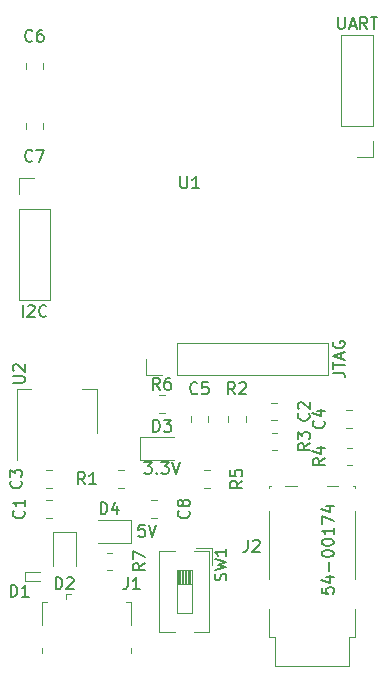
<source format=gbr>
%TF.GenerationSoftware,KiCad,Pcbnew,(6.0.0)*%
%TF.CreationDate,2022-02-27T19:02:29-06:00*%
%TF.ProjectId,Squeezecheap,53717565-657a-4656-9368-6561702e6b69,rev?*%
%TF.SameCoordinates,Original*%
%TF.FileFunction,Legend,Top*%
%TF.FilePolarity,Positive*%
%FSLAX46Y46*%
G04 Gerber Fmt 4.6, Leading zero omitted, Abs format (unit mm)*
G04 Created by KiCad (PCBNEW (6.0.0)) date 2022-02-27 19:02:29*
%MOMM*%
%LPD*%
G01*
G04 APERTURE LIST*
%ADD10C,0.150000*%
%ADD11C,0.120000*%
G04 APERTURE END LIST*
D10*
%TO.C,J2*%
X100631666Y-81367380D02*
X100631666Y-82081666D01*
X100584047Y-82224523D01*
X100488809Y-82319761D01*
X100345952Y-82367380D01*
X100250714Y-82367380D01*
X101060238Y-81462619D02*
X101107857Y-81415000D01*
X101203095Y-81367380D01*
X101441190Y-81367380D01*
X101536428Y-81415000D01*
X101584047Y-81462619D01*
X101631666Y-81557857D01*
X101631666Y-81653095D01*
X101584047Y-81795952D01*
X101012619Y-82367380D01*
X101631666Y-82367380D01*
X106897380Y-85423095D02*
X106897380Y-85899285D01*
X107373571Y-85946904D01*
X107325952Y-85899285D01*
X107278333Y-85804047D01*
X107278333Y-85565952D01*
X107325952Y-85470714D01*
X107373571Y-85423095D01*
X107468809Y-85375476D01*
X107706904Y-85375476D01*
X107802142Y-85423095D01*
X107849761Y-85470714D01*
X107897380Y-85565952D01*
X107897380Y-85804047D01*
X107849761Y-85899285D01*
X107802142Y-85946904D01*
X107230714Y-84518333D02*
X107897380Y-84518333D01*
X106849761Y-84756428D02*
X107564047Y-84994523D01*
X107564047Y-84375476D01*
X107516428Y-83994523D02*
X107516428Y-83232619D01*
X106897380Y-82565952D02*
X106897380Y-82470714D01*
X106945000Y-82375476D01*
X106992619Y-82327857D01*
X107087857Y-82280238D01*
X107278333Y-82232619D01*
X107516428Y-82232619D01*
X107706904Y-82280238D01*
X107802142Y-82327857D01*
X107849761Y-82375476D01*
X107897380Y-82470714D01*
X107897380Y-82565952D01*
X107849761Y-82661190D01*
X107802142Y-82708809D01*
X107706904Y-82756428D01*
X107516428Y-82804047D01*
X107278333Y-82804047D01*
X107087857Y-82756428D01*
X106992619Y-82708809D01*
X106945000Y-82661190D01*
X106897380Y-82565952D01*
X106897380Y-81613571D02*
X106897380Y-81518333D01*
X106945000Y-81423095D01*
X106992619Y-81375476D01*
X107087857Y-81327857D01*
X107278333Y-81280238D01*
X107516428Y-81280238D01*
X107706904Y-81327857D01*
X107802142Y-81375476D01*
X107849761Y-81423095D01*
X107897380Y-81518333D01*
X107897380Y-81613571D01*
X107849761Y-81708809D01*
X107802142Y-81756428D01*
X107706904Y-81804047D01*
X107516428Y-81851666D01*
X107278333Y-81851666D01*
X107087857Y-81804047D01*
X106992619Y-81756428D01*
X106945000Y-81708809D01*
X106897380Y-81613571D01*
X107897380Y-80327857D02*
X107897380Y-80899285D01*
X107897380Y-80613571D02*
X106897380Y-80613571D01*
X107040238Y-80708809D01*
X107135476Y-80804047D01*
X107183095Y-80899285D01*
X106897380Y-79994523D02*
X106897380Y-79327857D01*
X107897380Y-79756428D01*
X107230714Y-78518333D02*
X107897380Y-78518333D01*
X106849761Y-78756428D02*
X107564047Y-78994523D01*
X107564047Y-78375476D01*
%TO.C,SW1*%
X98764761Y-84791333D02*
X98812380Y-84648476D01*
X98812380Y-84410380D01*
X98764761Y-84315142D01*
X98717142Y-84267523D01*
X98621904Y-84219904D01*
X98526666Y-84219904D01*
X98431428Y-84267523D01*
X98383809Y-84315142D01*
X98336190Y-84410380D01*
X98288571Y-84600857D01*
X98240952Y-84696095D01*
X98193333Y-84743714D01*
X98098095Y-84791333D01*
X98002857Y-84791333D01*
X97907619Y-84743714D01*
X97860000Y-84696095D01*
X97812380Y-84600857D01*
X97812380Y-84362761D01*
X97860000Y-84219904D01*
X97812380Y-83886571D02*
X98812380Y-83648476D01*
X98098095Y-83458000D01*
X98812380Y-83267523D01*
X97812380Y-83029428D01*
X98812380Y-82124666D02*
X98812380Y-82696095D01*
X98812380Y-82410380D02*
X97812380Y-82410380D01*
X97955238Y-82505619D01*
X98050476Y-82600857D01*
X98098095Y-82696095D01*
%TO.C,R7*%
X91892380Y-83351666D02*
X91416190Y-83685000D01*
X91892380Y-83923095D02*
X90892380Y-83923095D01*
X90892380Y-83542142D01*
X90940000Y-83446904D01*
X90987619Y-83399285D01*
X91082857Y-83351666D01*
X91225714Y-83351666D01*
X91320952Y-83399285D01*
X91368571Y-83446904D01*
X91416190Y-83542142D01*
X91416190Y-83923095D01*
X90892380Y-83018333D02*
X90892380Y-82351666D01*
X91892380Y-82780238D01*
%TO.C,D1*%
X80541904Y-86177380D02*
X80541904Y-85177380D01*
X80780000Y-85177380D01*
X80922857Y-85225000D01*
X81018095Y-85320238D01*
X81065714Y-85415476D01*
X81113333Y-85605952D01*
X81113333Y-85748809D01*
X81065714Y-85939285D01*
X81018095Y-86034523D01*
X80922857Y-86129761D01*
X80780000Y-86177380D01*
X80541904Y-86177380D01*
X82065714Y-86177380D02*
X81494285Y-86177380D01*
X81780000Y-86177380D02*
X81780000Y-85177380D01*
X81684761Y-85320238D01*
X81589523Y-85415476D01*
X81494285Y-85463095D01*
%TO.C,D4*%
X88161904Y-79192380D02*
X88161904Y-78192380D01*
X88400000Y-78192380D01*
X88542857Y-78240000D01*
X88638095Y-78335238D01*
X88685714Y-78430476D01*
X88733333Y-78620952D01*
X88733333Y-78763809D01*
X88685714Y-78954285D01*
X88638095Y-79049523D01*
X88542857Y-79144761D01*
X88400000Y-79192380D01*
X88161904Y-79192380D01*
X89590476Y-78525714D02*
X89590476Y-79192380D01*
X89352380Y-78144761D02*
X89114285Y-78859047D01*
X89733333Y-78859047D01*
X91884523Y-80097380D02*
X91408333Y-80097380D01*
X91360714Y-80573571D01*
X91408333Y-80525952D01*
X91503571Y-80478333D01*
X91741666Y-80478333D01*
X91836904Y-80525952D01*
X91884523Y-80573571D01*
X91932142Y-80668809D01*
X91932142Y-80906904D01*
X91884523Y-81002142D01*
X91836904Y-81049761D01*
X91741666Y-81097380D01*
X91503571Y-81097380D01*
X91408333Y-81049761D01*
X91360714Y-81002142D01*
X92217857Y-80097380D02*
X92551190Y-81097380D01*
X92884523Y-80097380D01*
%TO.C,D2*%
X84351904Y-85542380D02*
X84351904Y-84542380D01*
X84590000Y-84542380D01*
X84732857Y-84590000D01*
X84828095Y-84685238D01*
X84875714Y-84780476D01*
X84923333Y-84970952D01*
X84923333Y-85113809D01*
X84875714Y-85304285D01*
X84828095Y-85399523D01*
X84732857Y-85494761D01*
X84590000Y-85542380D01*
X84351904Y-85542380D01*
X85304285Y-84637619D02*
X85351904Y-84590000D01*
X85447142Y-84542380D01*
X85685238Y-84542380D01*
X85780476Y-84590000D01*
X85828095Y-84637619D01*
X85875714Y-84732857D01*
X85875714Y-84828095D01*
X85828095Y-84970952D01*
X85256666Y-85542380D01*
X85875714Y-85542380D01*
%TO.C,C6*%
X82383333Y-39092142D02*
X82335714Y-39139761D01*
X82192857Y-39187380D01*
X82097619Y-39187380D01*
X81954761Y-39139761D01*
X81859523Y-39044523D01*
X81811904Y-38949285D01*
X81764285Y-38758809D01*
X81764285Y-38615952D01*
X81811904Y-38425476D01*
X81859523Y-38330238D01*
X81954761Y-38235000D01*
X82097619Y-38187380D01*
X82192857Y-38187380D01*
X82335714Y-38235000D01*
X82383333Y-38282619D01*
X83240476Y-38187380D02*
X83050000Y-38187380D01*
X82954761Y-38235000D01*
X82907142Y-38282619D01*
X82811904Y-38425476D01*
X82764285Y-38615952D01*
X82764285Y-38996904D01*
X82811904Y-39092142D01*
X82859523Y-39139761D01*
X82954761Y-39187380D01*
X83145238Y-39187380D01*
X83240476Y-39139761D01*
X83288095Y-39092142D01*
X83335714Y-38996904D01*
X83335714Y-38758809D01*
X83288095Y-38663571D01*
X83240476Y-38615952D01*
X83145238Y-38568333D01*
X82954761Y-38568333D01*
X82859523Y-38615952D01*
X82811904Y-38663571D01*
X82764285Y-38758809D01*
%TO.C,R3*%
X105862380Y-73191666D02*
X105386190Y-73525000D01*
X105862380Y-73763095D02*
X104862380Y-73763095D01*
X104862380Y-73382142D01*
X104910000Y-73286904D01*
X104957619Y-73239285D01*
X105052857Y-73191666D01*
X105195714Y-73191666D01*
X105290952Y-73239285D01*
X105338571Y-73286904D01*
X105386190Y-73382142D01*
X105386190Y-73763095D01*
X104862380Y-72858333D02*
X104862380Y-72239285D01*
X105243333Y-72572619D01*
X105243333Y-72429761D01*
X105290952Y-72334523D01*
X105338571Y-72286904D01*
X105433809Y-72239285D01*
X105671904Y-72239285D01*
X105767142Y-72286904D01*
X105814761Y-72334523D01*
X105862380Y-72429761D01*
X105862380Y-72715476D01*
X105814761Y-72810714D01*
X105767142Y-72858333D01*
%TO.C,R1*%
X86828333Y-76652380D02*
X86495000Y-76176190D01*
X86256904Y-76652380D02*
X86256904Y-75652380D01*
X86637857Y-75652380D01*
X86733095Y-75700000D01*
X86780714Y-75747619D01*
X86828333Y-75842857D01*
X86828333Y-75985714D01*
X86780714Y-76080952D01*
X86733095Y-76128571D01*
X86637857Y-76176190D01*
X86256904Y-76176190D01*
X87780714Y-76652380D02*
X87209285Y-76652380D01*
X87495000Y-76652380D02*
X87495000Y-75652380D01*
X87399761Y-75795238D01*
X87304523Y-75890476D01*
X87209285Y-75938095D01*
%TO.C,C4*%
X107037142Y-71286666D02*
X107084761Y-71334285D01*
X107132380Y-71477142D01*
X107132380Y-71572380D01*
X107084761Y-71715238D01*
X106989523Y-71810476D01*
X106894285Y-71858095D01*
X106703809Y-71905714D01*
X106560952Y-71905714D01*
X106370476Y-71858095D01*
X106275238Y-71810476D01*
X106180000Y-71715238D01*
X106132380Y-71572380D01*
X106132380Y-71477142D01*
X106180000Y-71334285D01*
X106227619Y-71286666D01*
X106465714Y-70429523D02*
X107132380Y-70429523D01*
X106084761Y-70667619D02*
X106799047Y-70905714D01*
X106799047Y-70286666D01*
%TO.C,U1*%
X94923095Y-50582380D02*
X94923095Y-51391904D01*
X94970714Y-51487142D01*
X95018333Y-51534761D01*
X95113571Y-51582380D01*
X95304047Y-51582380D01*
X95399285Y-51534761D01*
X95446904Y-51487142D01*
X95494523Y-51391904D01*
X95494523Y-50582380D01*
X96494523Y-51582380D02*
X95923095Y-51582380D01*
X96208809Y-51582380D02*
X96208809Y-50582380D01*
X96113571Y-50725238D01*
X96018333Y-50820476D01*
X95923095Y-50868095D01*
%TO.C,J3*%
X108259761Y-37117380D02*
X108259761Y-37926904D01*
X108307380Y-38022142D01*
X108355000Y-38069761D01*
X108450238Y-38117380D01*
X108640714Y-38117380D01*
X108735952Y-38069761D01*
X108783571Y-38022142D01*
X108831190Y-37926904D01*
X108831190Y-37117380D01*
X109259761Y-37831666D02*
X109735952Y-37831666D01*
X109164523Y-38117380D02*
X109497857Y-37117380D01*
X109831190Y-38117380D01*
X110735952Y-38117380D02*
X110402619Y-37641190D01*
X110164523Y-38117380D02*
X110164523Y-37117380D01*
X110545476Y-37117380D01*
X110640714Y-37165000D01*
X110688333Y-37212619D01*
X110735952Y-37307857D01*
X110735952Y-37450714D01*
X110688333Y-37545952D01*
X110640714Y-37593571D01*
X110545476Y-37641190D01*
X110164523Y-37641190D01*
X111021666Y-37117380D02*
X111593095Y-37117380D01*
X111307380Y-38117380D02*
X111307380Y-37117380D01*
%TO.C,R5*%
X100147380Y-76366666D02*
X99671190Y-76700000D01*
X100147380Y-76938095D02*
X99147380Y-76938095D01*
X99147380Y-76557142D01*
X99195000Y-76461904D01*
X99242619Y-76414285D01*
X99337857Y-76366666D01*
X99480714Y-76366666D01*
X99575952Y-76414285D01*
X99623571Y-76461904D01*
X99671190Y-76557142D01*
X99671190Y-76938095D01*
X99147380Y-75461904D02*
X99147380Y-75938095D01*
X99623571Y-75985714D01*
X99575952Y-75938095D01*
X99528333Y-75842857D01*
X99528333Y-75604761D01*
X99575952Y-75509523D01*
X99623571Y-75461904D01*
X99718809Y-75414285D01*
X99956904Y-75414285D01*
X100052142Y-75461904D01*
X100099761Y-75509523D01*
X100147380Y-75604761D01*
X100147380Y-75842857D01*
X100099761Y-75938095D01*
X100052142Y-75985714D01*
%TO.C,C5*%
X96353333Y-68937142D02*
X96305714Y-68984761D01*
X96162857Y-69032380D01*
X96067619Y-69032380D01*
X95924761Y-68984761D01*
X95829523Y-68889523D01*
X95781904Y-68794285D01*
X95734285Y-68603809D01*
X95734285Y-68460952D01*
X95781904Y-68270476D01*
X95829523Y-68175238D01*
X95924761Y-68080000D01*
X96067619Y-68032380D01*
X96162857Y-68032380D01*
X96305714Y-68080000D01*
X96353333Y-68127619D01*
X97258095Y-68032380D02*
X96781904Y-68032380D01*
X96734285Y-68508571D01*
X96781904Y-68460952D01*
X96877142Y-68413333D01*
X97115238Y-68413333D01*
X97210476Y-68460952D01*
X97258095Y-68508571D01*
X97305714Y-68603809D01*
X97305714Y-68841904D01*
X97258095Y-68937142D01*
X97210476Y-68984761D01*
X97115238Y-69032380D01*
X96877142Y-69032380D01*
X96781904Y-68984761D01*
X96734285Y-68937142D01*
%TO.C,C3*%
X81404642Y-76366666D02*
X81452261Y-76414285D01*
X81499880Y-76557142D01*
X81499880Y-76652380D01*
X81452261Y-76795238D01*
X81357023Y-76890476D01*
X81261785Y-76938095D01*
X81071309Y-76985714D01*
X80928452Y-76985714D01*
X80737976Y-76938095D01*
X80642738Y-76890476D01*
X80547500Y-76795238D01*
X80499880Y-76652380D01*
X80499880Y-76557142D01*
X80547500Y-76414285D01*
X80595119Y-76366666D01*
X80499880Y-76033333D02*
X80499880Y-75414285D01*
X80880833Y-75747619D01*
X80880833Y-75604761D01*
X80928452Y-75509523D01*
X80976071Y-75461904D01*
X81071309Y-75414285D01*
X81309404Y-75414285D01*
X81404642Y-75461904D01*
X81452261Y-75509523D01*
X81499880Y-75604761D01*
X81499880Y-75890476D01*
X81452261Y-75985714D01*
X81404642Y-76033333D01*
%TO.C,C7*%
X82383333Y-49252142D02*
X82335714Y-49299761D01*
X82192857Y-49347380D01*
X82097619Y-49347380D01*
X81954761Y-49299761D01*
X81859523Y-49204523D01*
X81811904Y-49109285D01*
X81764285Y-48918809D01*
X81764285Y-48775952D01*
X81811904Y-48585476D01*
X81859523Y-48490238D01*
X81954761Y-48395000D01*
X82097619Y-48347380D01*
X82192857Y-48347380D01*
X82335714Y-48395000D01*
X82383333Y-48442619D01*
X82716666Y-48347380D02*
X83383333Y-48347380D01*
X82954761Y-49347380D01*
%TO.C,J1*%
X90471666Y-84542380D02*
X90471666Y-85256666D01*
X90424047Y-85399523D01*
X90328809Y-85494761D01*
X90185952Y-85542380D01*
X90090714Y-85542380D01*
X91471666Y-85542380D02*
X90900238Y-85542380D01*
X91185952Y-85542380D02*
X91185952Y-84542380D01*
X91090714Y-84685238D01*
X90995476Y-84780476D01*
X90900238Y-84828095D01*
%TO.C,R2*%
X99528333Y-69032380D02*
X99195000Y-68556190D01*
X98956904Y-69032380D02*
X98956904Y-68032380D01*
X99337857Y-68032380D01*
X99433095Y-68080000D01*
X99480714Y-68127619D01*
X99528333Y-68222857D01*
X99528333Y-68365714D01*
X99480714Y-68460952D01*
X99433095Y-68508571D01*
X99337857Y-68556190D01*
X98956904Y-68556190D01*
X99909285Y-68127619D02*
X99956904Y-68080000D01*
X100052142Y-68032380D01*
X100290238Y-68032380D01*
X100385476Y-68080000D01*
X100433095Y-68127619D01*
X100480714Y-68222857D01*
X100480714Y-68318095D01*
X100433095Y-68460952D01*
X99861666Y-69032380D01*
X100480714Y-69032380D01*
%TO.C,C1*%
X81637142Y-78906666D02*
X81684761Y-78954285D01*
X81732380Y-79097142D01*
X81732380Y-79192380D01*
X81684761Y-79335238D01*
X81589523Y-79430476D01*
X81494285Y-79478095D01*
X81303809Y-79525714D01*
X81160952Y-79525714D01*
X80970476Y-79478095D01*
X80875238Y-79430476D01*
X80780000Y-79335238D01*
X80732380Y-79192380D01*
X80732380Y-79097142D01*
X80780000Y-78954285D01*
X80827619Y-78906666D01*
X81732380Y-77954285D02*
X81732380Y-78525714D01*
X81732380Y-78240000D02*
X80732380Y-78240000D01*
X80875238Y-78335238D01*
X80970476Y-78430476D01*
X81018095Y-78525714D01*
%TO.C,D3*%
X92606904Y-72207380D02*
X92606904Y-71207380D01*
X92845000Y-71207380D01*
X92987857Y-71255000D01*
X93083095Y-71350238D01*
X93130714Y-71445476D01*
X93178333Y-71635952D01*
X93178333Y-71778809D01*
X93130714Y-71969285D01*
X93083095Y-72064523D01*
X92987857Y-72159761D01*
X92845000Y-72207380D01*
X92606904Y-72207380D01*
X93511666Y-71207380D02*
X94130714Y-71207380D01*
X93797380Y-71588333D01*
X93940238Y-71588333D01*
X94035476Y-71635952D01*
X94083095Y-71683571D01*
X94130714Y-71778809D01*
X94130714Y-72016904D01*
X94083095Y-72112142D01*
X94035476Y-72159761D01*
X93940238Y-72207380D01*
X93654523Y-72207380D01*
X93559285Y-72159761D01*
X93511666Y-72112142D01*
X91868809Y-74762380D02*
X92487857Y-74762380D01*
X92154523Y-75143333D01*
X92297380Y-75143333D01*
X92392619Y-75190952D01*
X92440238Y-75238571D01*
X92487857Y-75333809D01*
X92487857Y-75571904D01*
X92440238Y-75667142D01*
X92392619Y-75714761D01*
X92297380Y-75762380D01*
X92011666Y-75762380D01*
X91916428Y-75714761D01*
X91868809Y-75667142D01*
X92916428Y-75667142D02*
X92964047Y-75714761D01*
X92916428Y-75762380D01*
X92868809Y-75714761D01*
X92916428Y-75667142D01*
X92916428Y-75762380D01*
X93297380Y-74762380D02*
X93916428Y-74762380D01*
X93583095Y-75143333D01*
X93725952Y-75143333D01*
X93821190Y-75190952D01*
X93868809Y-75238571D01*
X93916428Y-75333809D01*
X93916428Y-75571904D01*
X93868809Y-75667142D01*
X93821190Y-75714761D01*
X93725952Y-75762380D01*
X93440238Y-75762380D01*
X93345000Y-75714761D01*
X93297380Y-75667142D01*
X94202142Y-74762380D02*
X94535476Y-75762380D01*
X94868809Y-74762380D01*
%TO.C,R4*%
X107132380Y-74461666D02*
X106656190Y-74795000D01*
X107132380Y-75033095D02*
X106132380Y-75033095D01*
X106132380Y-74652142D01*
X106180000Y-74556904D01*
X106227619Y-74509285D01*
X106322857Y-74461666D01*
X106465714Y-74461666D01*
X106560952Y-74509285D01*
X106608571Y-74556904D01*
X106656190Y-74652142D01*
X106656190Y-75033095D01*
X106465714Y-73604523D02*
X107132380Y-73604523D01*
X106084761Y-73842619D02*
X106799047Y-74080714D01*
X106799047Y-73461666D01*
%TO.C,C2*%
X105767142Y-70651666D02*
X105814761Y-70699285D01*
X105862380Y-70842142D01*
X105862380Y-70937380D01*
X105814761Y-71080238D01*
X105719523Y-71175476D01*
X105624285Y-71223095D01*
X105433809Y-71270714D01*
X105290952Y-71270714D01*
X105100476Y-71223095D01*
X105005238Y-71175476D01*
X104910000Y-71080238D01*
X104862380Y-70937380D01*
X104862380Y-70842142D01*
X104910000Y-70699285D01*
X104957619Y-70651666D01*
X104957619Y-70270714D02*
X104910000Y-70223095D01*
X104862380Y-70127857D01*
X104862380Y-69889761D01*
X104910000Y-69794523D01*
X104957619Y-69746904D01*
X105052857Y-69699285D01*
X105148095Y-69699285D01*
X105290952Y-69746904D01*
X105862380Y-70318333D01*
X105862380Y-69699285D01*
%TO.C,C8*%
X95607142Y-78906666D02*
X95654761Y-78954285D01*
X95702380Y-79097142D01*
X95702380Y-79192380D01*
X95654761Y-79335238D01*
X95559523Y-79430476D01*
X95464285Y-79478095D01*
X95273809Y-79525714D01*
X95130952Y-79525714D01*
X94940476Y-79478095D01*
X94845238Y-79430476D01*
X94750000Y-79335238D01*
X94702380Y-79192380D01*
X94702380Y-79097142D01*
X94750000Y-78954285D01*
X94797619Y-78906666D01*
X95130952Y-78335238D02*
X95083333Y-78430476D01*
X95035714Y-78478095D01*
X94940476Y-78525714D01*
X94892857Y-78525714D01*
X94797619Y-78478095D01*
X94750000Y-78430476D01*
X94702380Y-78335238D01*
X94702380Y-78144761D01*
X94750000Y-78049523D01*
X94797619Y-78001904D01*
X94892857Y-77954285D01*
X94940476Y-77954285D01*
X95035714Y-78001904D01*
X95083333Y-78049523D01*
X95130952Y-78144761D01*
X95130952Y-78335238D01*
X95178571Y-78430476D01*
X95226190Y-78478095D01*
X95321428Y-78525714D01*
X95511904Y-78525714D01*
X95607142Y-78478095D01*
X95654761Y-78430476D01*
X95702380Y-78335238D01*
X95702380Y-78144761D01*
X95654761Y-78049523D01*
X95607142Y-78001904D01*
X95511904Y-77954285D01*
X95321428Y-77954285D01*
X95226190Y-78001904D01*
X95178571Y-78049523D01*
X95130952Y-78144761D01*
%TO.C,U2*%
X80732380Y-68071904D02*
X81541904Y-68071904D01*
X81637142Y-68024285D01*
X81684761Y-67976666D01*
X81732380Y-67881428D01*
X81732380Y-67690952D01*
X81684761Y-67595714D01*
X81637142Y-67548095D01*
X81541904Y-67500476D01*
X80732380Y-67500476D01*
X80827619Y-67071904D02*
X80780000Y-67024285D01*
X80732380Y-66929047D01*
X80732380Y-66690952D01*
X80780000Y-66595714D01*
X80827619Y-66548095D01*
X80922857Y-66500476D01*
X81018095Y-66500476D01*
X81160952Y-66548095D01*
X81732380Y-67119523D01*
X81732380Y-66500476D01*
%TO.C,J4*%
X107827380Y-67206666D02*
X108541666Y-67206666D01*
X108684523Y-67254285D01*
X108779761Y-67349523D01*
X108827380Y-67492380D01*
X108827380Y-67587619D01*
X107827380Y-66873333D02*
X107827380Y-66301904D01*
X108827380Y-66587619D02*
X107827380Y-66587619D01*
X108541666Y-66016190D02*
X108541666Y-65540000D01*
X108827380Y-66111428D02*
X107827380Y-65778095D01*
X108827380Y-65444761D01*
X107875000Y-64587619D02*
X107827380Y-64682857D01*
X107827380Y-64825714D01*
X107875000Y-64968571D01*
X107970238Y-65063809D01*
X108065476Y-65111428D01*
X108255952Y-65159047D01*
X108398809Y-65159047D01*
X108589285Y-65111428D01*
X108684523Y-65063809D01*
X108779761Y-64968571D01*
X108827380Y-64825714D01*
X108827380Y-64730476D01*
X108779761Y-64587619D01*
X108732142Y-64540000D01*
X108398809Y-64540000D01*
X108398809Y-64730476D01*
%TO.C,R6*%
X93178333Y-68652380D02*
X92845000Y-68176190D01*
X92606904Y-68652380D02*
X92606904Y-67652380D01*
X92987857Y-67652380D01*
X93083095Y-67700000D01*
X93130714Y-67747619D01*
X93178333Y-67842857D01*
X93178333Y-67985714D01*
X93130714Y-68080952D01*
X93083095Y-68128571D01*
X92987857Y-68176190D01*
X92606904Y-68176190D01*
X94035476Y-67652380D02*
X93845000Y-67652380D01*
X93749761Y-67700000D01*
X93702142Y-67747619D01*
X93606904Y-67890476D01*
X93559285Y-68080952D01*
X93559285Y-68461904D01*
X93606904Y-68557142D01*
X93654523Y-68604761D01*
X93749761Y-68652380D01*
X93940238Y-68652380D01*
X94035476Y-68604761D01*
X94083095Y-68557142D01*
X94130714Y-68461904D01*
X94130714Y-68223809D01*
X94083095Y-68128571D01*
X94035476Y-68080952D01*
X93940238Y-68033333D01*
X93749761Y-68033333D01*
X93654523Y-68080952D01*
X93606904Y-68128571D01*
X93559285Y-68223809D01*
%TO.C,J5*%
X81573809Y-62482380D02*
X81573809Y-61482380D01*
X82002380Y-61577619D02*
X82050000Y-61530000D01*
X82145238Y-61482380D01*
X82383333Y-61482380D01*
X82478571Y-61530000D01*
X82526190Y-61577619D01*
X82573809Y-61672857D01*
X82573809Y-61768095D01*
X82526190Y-61910952D01*
X81954761Y-62482380D01*
X82573809Y-62482380D01*
X83573809Y-62387142D02*
X83526190Y-62434761D01*
X83383333Y-62482380D01*
X83288095Y-62482380D01*
X83145238Y-62434761D01*
X83050000Y-62339523D01*
X83002380Y-62244285D01*
X82954761Y-62053809D01*
X82954761Y-61910952D01*
X83002380Y-61720476D01*
X83050000Y-61625238D01*
X83145238Y-61530000D01*
X83288095Y-61482380D01*
X83383333Y-61482380D01*
X83526190Y-61530000D01*
X83573809Y-61577619D01*
D11*
%TO.C,J2*%
X102412800Y-84654758D02*
X102412800Y-78888253D01*
X109677200Y-87212040D02*
X109677200Y-89560400D01*
X109508303Y-76809600D02*
X109677200Y-76809600D01*
X109677200Y-78888253D02*
X109677200Y-84654758D01*
X103808543Y-76809600D02*
X104763245Y-76809600D01*
X102412800Y-76978847D02*
X102412800Y-76809600D01*
X107326755Y-76809600D02*
X108281457Y-76809600D01*
X109677200Y-89560400D02*
X109169200Y-89560400D01*
X109677200Y-76809600D02*
X109677200Y-76978847D01*
X102412800Y-76809600D02*
X102581697Y-76809600D01*
X102412800Y-89560400D02*
X102412800Y-87212040D01*
X102920800Y-89560400D02*
X102412800Y-89560400D01*
X102920800Y-92049600D02*
X102920800Y-89560400D01*
X109169200Y-92049600D02*
X102920800Y-92049600D01*
X109169200Y-89560400D02*
X109169200Y-92049600D01*
%TO.C,SW1*%
X94450000Y-89135000D02*
X93140000Y-89135000D01*
X95765000Y-83915000D02*
X95765000Y-85121667D01*
X94925000Y-83915000D02*
X94925000Y-85121667D01*
X94685000Y-83915000D02*
X94685000Y-85121667D01*
X95885000Y-85121667D02*
X94615000Y-85121667D01*
X97360000Y-82315000D02*
X97360000Y-89135000D01*
X95045000Y-83915000D02*
X95045000Y-85121667D01*
X97600000Y-82075000D02*
X96217000Y-82075000D01*
X97360000Y-89135000D02*
X96050000Y-89135000D01*
X95525000Y-83915000D02*
X95525000Y-85121667D01*
X95285000Y-83915000D02*
X95285000Y-85121667D01*
X94615000Y-83915000D02*
X94615000Y-87535000D01*
X95645000Y-83915000D02*
X95645000Y-85121667D01*
X93140000Y-82315000D02*
X93140000Y-89135000D01*
X97600000Y-82075000D02*
X97600000Y-83458000D01*
X95165000Y-83915000D02*
X95165000Y-85121667D01*
X95885000Y-83915000D02*
X94615000Y-83915000D01*
X94450000Y-82315000D02*
X93140000Y-82315000D01*
X95885000Y-87535000D02*
X95885000Y-83915000D01*
X94805000Y-83915000D02*
X94805000Y-85121667D01*
X94615000Y-87535000D02*
X95885000Y-87535000D01*
X95405000Y-83915000D02*
X95405000Y-85121667D01*
X97360000Y-82315000D02*
X96050000Y-82315000D01*
%TO.C,R7*%
X88672936Y-82450000D02*
X89127064Y-82450000D01*
X88672936Y-83920000D02*
X89127064Y-83920000D01*
%TO.C,D1*%
X81750000Y-84055000D02*
X81750000Y-84855000D01*
X83050000Y-84055000D02*
X81750000Y-84055000D01*
X83050000Y-84855000D02*
X81750000Y-84855000D01*
%TO.C,D4*%
X90760000Y-79685000D02*
X87900000Y-79685000D01*
X87900000Y-81605000D02*
X90760000Y-81605000D01*
X90760000Y-81605000D02*
X90760000Y-79685000D01*
%TO.C,D2*%
X86050000Y-80690000D02*
X84130000Y-80690000D01*
X84130000Y-80690000D02*
X84130000Y-83550000D01*
X86050000Y-83550000D02*
X86050000Y-80690000D01*
%TO.C,C6*%
X83285000Y-41536252D02*
X83285000Y-41013748D01*
X81815000Y-41536252D02*
X81815000Y-41013748D01*
%TO.C,R3*%
X103097064Y-73760000D02*
X102642936Y-73760000D01*
X103097064Y-72290000D02*
X102642936Y-72290000D01*
%TO.C,R1*%
X90127064Y-76935000D02*
X89672936Y-76935000D01*
X90127064Y-75465000D02*
X89672936Y-75465000D01*
%TO.C,C4*%
X108958748Y-70385000D02*
X109481252Y-70385000D01*
X108958748Y-71855000D02*
X109481252Y-71855000D01*
%TO.C,J3*%
X111185000Y-46345000D02*
X111185000Y-38665000D01*
X111185000Y-38665000D02*
X108525000Y-38665000D01*
X111185000Y-47615000D02*
X111185000Y-48945000D01*
X108525000Y-46345000D02*
X108525000Y-38665000D01*
X111185000Y-48945000D02*
X109855000Y-48945000D01*
X111185000Y-46345000D02*
X108525000Y-46345000D01*
%TO.C,R5*%
X97382064Y-75465000D02*
X96927936Y-75465000D01*
X97382064Y-76935000D02*
X96927936Y-76935000D01*
%TO.C,C5*%
X97255000Y-70858748D02*
X97255000Y-71381252D01*
X95785000Y-70858748D02*
X95785000Y-71381252D01*
%TO.C,C3*%
X83558748Y-76935000D02*
X84081252Y-76935000D01*
X83558748Y-75465000D02*
X84081252Y-75465000D01*
%TO.C,C7*%
X81815000Y-46093748D02*
X81815000Y-46616252D01*
X83285000Y-46093748D02*
X83285000Y-46616252D01*
%TO.C,J1*%
X85685000Y-85925000D02*
X85235000Y-85925000D01*
X83235000Y-90955000D02*
X83235000Y-90555000D01*
X90755000Y-88585000D02*
X90755000Y-86605000D01*
X90755000Y-90555000D02*
X90755000Y-90955000D01*
X83235000Y-88585000D02*
X83235000Y-86605000D01*
X83235000Y-86605000D02*
X83655000Y-86605000D01*
X85235000Y-86375000D02*
X85235000Y-85925000D01*
X90755000Y-86605000D02*
X90335000Y-86605000D01*
%TO.C,R2*%
X100430000Y-70892936D02*
X100430000Y-71347064D01*
X98960000Y-70892936D02*
X98960000Y-71347064D01*
%TO.C,C1*%
X83558748Y-78005000D02*
X84081252Y-78005000D01*
X83558748Y-79475000D02*
X84081252Y-79475000D01*
%TO.C,D3*%
X94345000Y-72700000D02*
X91485000Y-72700000D01*
X91485000Y-72700000D02*
X91485000Y-74620000D01*
X91485000Y-74620000D02*
X94345000Y-74620000D01*
%TO.C,R4*%
X109447064Y-73560000D02*
X108992936Y-73560000D01*
X109447064Y-75030000D02*
X108992936Y-75030000D01*
%TO.C,C2*%
X102608748Y-69750000D02*
X103131252Y-69750000D01*
X102608748Y-71220000D02*
X103131252Y-71220000D01*
%TO.C,C8*%
X92448748Y-78005000D02*
X92971252Y-78005000D01*
X92448748Y-79475000D02*
X92971252Y-79475000D01*
%TO.C,U2*%
X87865000Y-68575000D02*
X86605000Y-68575000D01*
X87865000Y-72335000D02*
X87865000Y-68575000D01*
X81045000Y-68575000D02*
X82305000Y-68575000D01*
X81045000Y-74585000D02*
X81045000Y-68575000D01*
%TO.C,J4*%
X94615000Y-64710000D02*
X107375000Y-64710000D01*
X94615000Y-67370000D02*
X107375000Y-67370000D01*
X107375000Y-67370000D02*
X107375000Y-64710000D01*
X94615000Y-67370000D02*
X94615000Y-64710000D01*
X92015000Y-67370000D02*
X92015000Y-66040000D01*
X93345000Y-67370000D02*
X92015000Y-67370000D01*
%TO.C,R6*%
X93117936Y-70585000D02*
X93572064Y-70585000D01*
X93117936Y-69115000D02*
X93572064Y-69115000D01*
%TO.C,J5*%
X81220000Y-53350000D02*
X83880000Y-53350000D01*
X81220000Y-52080000D02*
X81220000Y-50750000D01*
X83880000Y-53350000D02*
X83880000Y-61030000D01*
X81220000Y-53350000D02*
X81220000Y-61030000D01*
X81220000Y-61030000D02*
X83880000Y-61030000D01*
X81220000Y-50750000D02*
X82550000Y-50750000D01*
%TD*%
M02*

</source>
